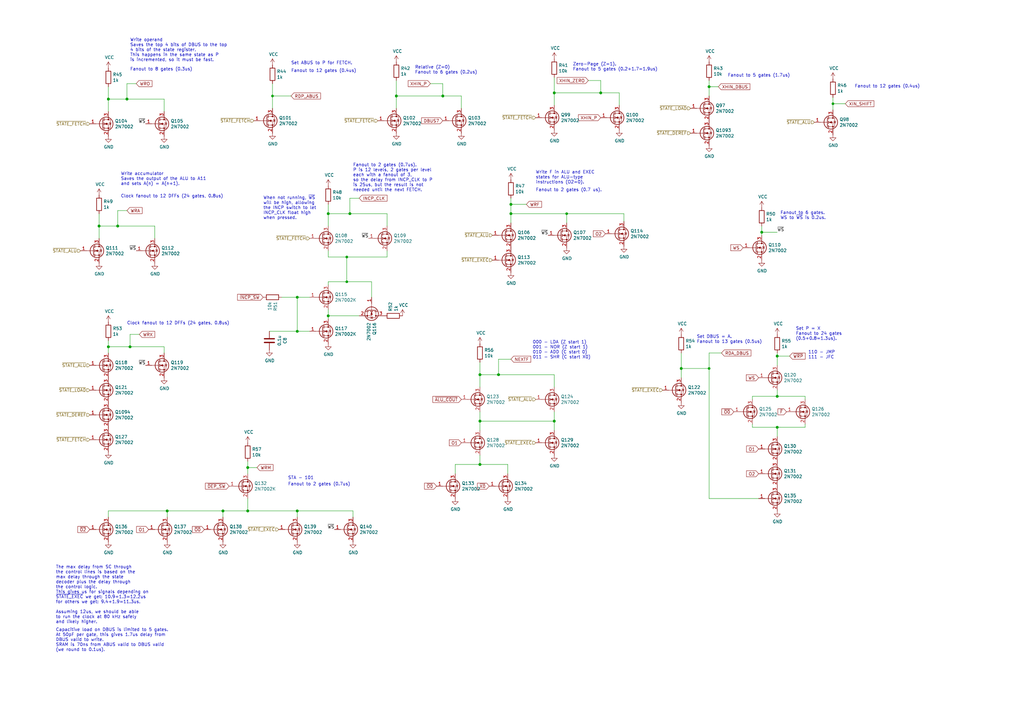
<source format=kicad_sch>
(kicad_sch (version 20210126) (generator eeschema)
  (paper "A3")
  (title_block (title "Q2 Control Line Decoder") (date "2021-02-05") (rev "1") (company "joewing.net"))
  (lib_symbols
    (symbol "Device:C" (pin_numbers hide) (pin_names (offset 0.254))
      (property "Reference" "C" (at 0.635 2.54 0))
      (property "Value" "C" (at 0.635 -2.54 0))
      (symbol "C_0_1"
        (polyline (pts (xy -2.032 -0.762) (xy 2.032 -0.762)) (stroke (width 0.508)))
        (polyline (pts (xy -2.032 0.762) (xy 2.032 0.762)) (stroke (width 0.508)))
      )
      (symbol "C_1_1"
        (pin passive line (at 0 3.81 270) (length 2.794) (name "~") (number "1"))
        (pin passive line (at 0 -3.81 90) (length 2.794) (name "~") (number "2"))
      )
    )
    (symbol "Device:R" (pin_numbers hide) (pin_names (offset 0))
      (property "Reference" "R" (at 2.032 0 90))
      (property "Value" "R" (at 0 0 90))
      (symbol "R_0_1"
        (rectangle (start -1.016 -2.54) (end 1.016 2.54) (stroke (width 0.254)))
      )
      (symbol "R_1_1"
        (pin passive line (at 0 3.81 270) (length 1.27) (name "~") (number "1"))
        (pin passive line (at 0 -3.81 90) (length 1.27) (name "~") (number "2"))
      )
    )
    (symbol "Transistor_FET:2N7002" (pin_names hide)
      (property "Reference" "Q" (at 5.08 1.905 0))
      (property "Value" "2N7002" (at 5.08 0 0))
      (symbol "2N7002_0_1"
        (circle (center 1.651 0) (radius 2.794) (stroke (width 0.254)))
        (circle (center 2.54 -1.778) (radius 0.254) (fill (type outline)))
        (circle (center 2.54 1.778) (radius 0.254) (fill (type outline)))
        (polyline (pts (xy 0.254 0) (xy -2.54 0)))
        (polyline (pts (xy 0.254 1.905) (xy 0.254 -1.905)) (stroke (width 0.254)))
        (polyline (pts (xy 0.762 -1.27) (xy 0.762 -2.286)) (stroke (width 0.254)))
        (polyline (pts (xy 0.762 0.508) (xy 0.762 -0.508)) (stroke (width 0.254)))
        (polyline (pts (xy 0.762 2.286) (xy 0.762 1.27)) (stroke (width 0.254)))
        (polyline (pts (xy 2.54 2.54) (xy 2.54 1.778)))
        (polyline (pts (xy 2.54 -2.54) (xy 2.54 0) (xy 0.762 0)))
        (polyline (pts (xy 0.762 -1.778) (xy 3.302 -1.778) (xy 3.302 1.778) (xy 0.762 1.778)))
        (polyline (pts (xy 2.794 0.508) (xy 2.921 0.381) (xy 3.683 0.381) (xy 3.81 0.254)))
        (polyline (pts (xy 3.302 0.381) (xy 2.921 -0.254) (xy 3.683 -0.254) (xy 3.302 0.381)))
        (polyline (pts (xy 1.016 0) (xy 2.032 0.381) (xy 2.032 -0.381) (xy 1.016 0)) (fill (type outline)))
      )
      (symbol "2N7002_1_1"
        (pin input line (at -5.08 0 0) (length 2.54) (name "G") (number "1"))
        (pin passive line (at 2.54 -5.08 90) (length 2.54) (name "S") (number "2"))
        (pin passive line (at 2.54 5.08 270) (length 2.54) (name "D") (number "3"))
      )
    )
    (symbol "power:GND" (power) (pin_names (offset 0))
      (property "Value" "GND" (at 0 -3.81 0))
      (symbol "GND_0_1"
        (polyline (pts (xy 0 0) (xy 0 -1.27) (xy 1.27 -1.27) (xy 0 -2.54) (xy -1.27 -1.27) (xy 0 -1.27)))
      )
      (symbol "GND_1_1"
        (pin power_in line (at 0 0 270) (length 0) hide (name "GND") (number "1"))
      )
    )
    (symbol "power:VCC" (power) (pin_names (offset 0))
      (property "Value" "VCC" (at 0 3.81 0))
      (symbol "VCC_0_1"
        (polyline (pts (xy -0.762 1.27) (xy 0 2.54)))
        (polyline (pts (xy 0 0) (xy 0 2.54)))
        (polyline (pts (xy 0 2.54) (xy 0.762 1.27)))
      )
      (symbol "VCC_1_1"
        (pin power_in line (at 0 0 90) (length 0) hide (name "VCC") (number "1"))
      )
    )
  )
  (junction (at 40.64 92.71) (diameter 1.016))
  (junction (at 44.45 40.64) (diameter 1.016))
  (junction (at 44.45 142.24) (diameter 1.016))
  (junction (at 48.26 92.71) (diameter 1.016))
  (junction (at 52.07 40.64) (diameter 1.016))
  (junction (at 53.34 142.24) (diameter 1.016))
  (junction (at 68.58 209.55) (diameter 1.016))
  (junction (at 91.44 209.55) (diameter 1.016))
  (junction (at 101.6 191.77) (diameter 1.016))
  (junction (at 101.6 209.55) (diameter 1.016))
  (junction (at 111.76 39.37) (diameter 0.9144))
  (junction (at 121.92 121.92) (diameter 1.016))
  (junction (at 121.92 135.89) (diameter 1.016))
  (junction (at 121.92 209.55) (diameter 1.016))
  (junction (at 134.62 87.63) (diameter 1.016))
  (junction (at 134.62 129.54) (diameter 1.016))
  (junction (at 142.24 105.41) (diameter 0.9144))
  (junction (at 142.24 115.57) (diameter 0.9144))
  (junction (at 143.51 87.63) (diameter 1.016))
  (junction (at 162.56 39.37) (diameter 1.016))
  (junction (at 181.61 39.37) (diameter 1.016))
  (junction (at 196.85 153.67) (diameter 1.016))
  (junction (at 196.85 172.72) (diameter 1.016))
  (junction (at 196.85 190.5) (diameter 1.016))
  (junction (at 204.47 153.67) (diameter 1.016))
  (junction (at 209.55 83.82) (diameter 1.016))
  (junction (at 209.55 87.63) (diameter 1.016))
  (junction (at 227.33 38.1) (diameter 1.016))
  (junction (at 227.33 172.72) (diameter 1.016))
  (junction (at 232.41 87.63) (diameter 0.9144))
  (junction (at 246.38 38.1) (diameter 1.016))
  (junction (at 279.4 151.13) (diameter 1.016))
  (junction (at 290.83 35.56) (diameter 1.016))
  (junction (at 290.83 151.13) (diameter 0.9144))
  (junction (at 312.42 95.25) (diameter 1.016))
  (junction (at 318.77 146.05) (diameter 1.016))
  (junction (at 318.77 162.56) (diameter 1.016))
  (junction (at 318.77 175.26) (diameter 1.016))
  (junction (at 341.63 42.545) (diameter 0.9144))
  (wire (pts (xy 40.64 87.63) (xy 40.64 92.71)))
  (wire (pts (xy 40.64 92.71) (xy 40.64 97.79)))
  (wire (pts (xy 40.64 92.71) (xy 48.26 92.71)))
  (wire (pts (xy 44.45 35.56) (xy 44.45 40.64)))
  (wire (pts (xy 44.45 40.64) (xy 44.45 45.72)))
  (wire (pts (xy 44.45 40.64) (xy 52.07 40.64)))
  (wire (pts (xy 44.45 139.7) (xy 44.45 142.24)))
  (wire (pts (xy 44.45 142.24) (xy 44.45 144.78)))
  (wire (pts (xy 44.45 142.24) (xy 53.34 142.24)))
  (wire (pts (xy 44.45 209.55) (xy 44.45 212.09)))
  (wire (pts (xy 44.45 209.55) (xy 68.58 209.55)))
  (wire (pts (xy 48.26 86.36) (xy 48.26 92.71)))
  (wire (pts (xy 48.26 92.71) (xy 63.5 92.71)))
  (wire (pts (xy 52.07 34.29) (xy 52.07 40.64)))
  (wire (pts (xy 52.07 40.64) (xy 67.31 40.64)))
  (wire (pts (xy 52.07 86.36) (xy 48.26 86.36)))
  (wire (pts (xy 53.34 137.16) (xy 53.34 142.24)))
  (wire (pts (xy 53.34 142.24) (xy 67.31 142.24)))
  (wire (pts (xy 55.88 34.29) (xy 52.07 34.29)))
  (wire (pts (xy 57.15 137.16) (xy 53.34 137.16)))
  (wire (pts (xy 63.5 92.71) (xy 63.5 97.79)))
  (wire (pts (xy 67.31 40.64) (xy 67.31 45.72)))
  (wire (pts (xy 67.31 142.24) (xy 67.31 144.78)))
  (wire (pts (xy 68.58 209.55) (xy 68.58 212.09)))
  (wire (pts (xy 68.58 209.55) (xy 91.44 209.55)))
  (wire (pts (xy 91.44 209.55) (xy 91.44 212.09)))
  (wire (pts (xy 91.44 209.55) (xy 101.6 209.55)))
  (wire (pts (xy 101.6 189.23) (xy 101.6 191.77)))
  (wire (pts (xy 101.6 191.77) (xy 101.6 194.31)))
  (wire (pts (xy 101.6 204.47) (xy 101.6 209.55)))
  (wire (pts (xy 101.6 209.55) (xy 121.92 209.55)))
  (wire (pts (xy 105.41 191.77) (xy 101.6 191.77)))
  (wire (pts (xy 110.49 135.89) (xy 121.92 135.89)))
  (wire (pts (xy 111.76 34.29) (xy 111.76 39.37)))
  (wire (pts (xy 111.76 39.37) (xy 111.76 44.45)))
  (wire (pts (xy 111.76 39.37) (xy 119.38 39.37)))
  (wire (pts (xy 115.57 121.92) (xy 121.92 121.92)))
  (wire (pts (xy 121.92 121.92) (xy 127 121.92)))
  (wire (pts (xy 121.92 135.89) (xy 121.92 121.92)))
  (wire (pts (xy 121.92 209.55) (xy 121.92 212.09)))
  (wire (pts (xy 121.92 209.55) (xy 144.78 209.55)))
  (wire (pts (xy 127 135.89) (xy 121.92 135.89)))
  (wire (pts (xy 134.62 83.82) (xy 134.62 87.63)))
  (wire (pts (xy 134.62 87.63) (xy 134.62 92.71)))
  (wire (pts (xy 134.62 87.63) (xy 143.51 87.63)))
  (wire (pts (xy 134.62 102.87) (xy 134.62 105.41)))
  (wire (pts (xy 134.62 105.41) (xy 142.24 105.41)))
  (wire (pts (xy 134.62 115.57) (xy 134.62 116.84)))
  (wire (pts (xy 134.62 115.57) (xy 142.24 115.57)))
  (wire (pts (xy 134.62 127) (xy 134.62 129.54)))
  (wire (pts (xy 134.62 129.54) (xy 134.62 130.81)))
  (wire (pts (xy 142.24 105.41) (xy 142.24 115.57)))
  (wire (pts (xy 142.24 105.41) (xy 158.75 105.41)))
  (wire (pts (xy 142.24 115.57) (xy 152.4 115.57)))
  (wire (pts (xy 143.51 81.28) (xy 143.51 87.63)))
  (wire (pts (xy 143.51 87.63) (xy 158.75 87.63)))
  (wire (pts (xy 144.78 209.55) (xy 144.78 212.09)))
  (wire (pts (xy 147.32 81.28) (xy 143.51 81.28)))
  (wire (pts (xy 147.32 129.54) (xy 134.62 129.54)))
  (wire (pts (xy 152.4 115.57) (xy 152.4 121.92)))
  (wire (pts (xy 158.75 87.63) (xy 158.75 92.71)))
  (wire (pts (xy 158.75 105.41) (xy 158.75 102.87)))
  (wire (pts (xy 162.56 33.02) (xy 162.56 39.37)))
  (wire (pts (xy 162.56 39.37) (xy 181.61 39.37)))
  (wire (pts (xy 162.56 44.45) (xy 162.56 39.37)))
  (wire (pts (xy 176.53 34.29) (xy 181.61 34.29)))
  (wire (pts (xy 181.61 34.29) (xy 181.61 39.37)))
  (wire (pts (xy 181.61 39.37) (xy 189.23 39.37)))
  (wire (pts (xy 186.69 190.5) (xy 196.85 190.5)))
  (wire (pts (xy 186.69 194.31) (xy 186.69 190.5)))
  (wire (pts (xy 189.23 39.37) (xy 189.23 44.45)))
  (wire (pts (xy 196.85 148.59) (xy 196.85 153.67)))
  (wire (pts (xy 196.85 153.67) (xy 204.47 153.67)))
  (wire (pts (xy 196.85 158.75) (xy 196.85 153.67)))
  (wire (pts (xy 196.85 168.91) (xy 196.85 172.72)))
  (wire (pts (xy 196.85 172.72) (xy 196.85 176.53)))
  (wire (pts (xy 196.85 172.72) (xy 227.33 172.72)))
  (wire (pts (xy 196.85 190.5) (xy 196.85 186.69)))
  (wire (pts (xy 196.85 190.5) (xy 208.28 190.5)))
  (wire (pts (xy 204.47 147.32) (xy 204.47 153.67)))
  (wire (pts (xy 204.47 153.67) (xy 227.33 153.67)))
  (wire (pts (xy 208.28 190.5) (xy 208.28 194.31)))
  (wire (pts (xy 209.55 81.28) (xy 209.55 83.82)))
  (wire (pts (xy 209.55 83.82) (xy 209.55 87.63)))
  (wire (pts (xy 209.55 83.82) (xy 215.9 83.82)))
  (wire (pts (xy 209.55 87.63) (xy 209.55 91.44)))
  (wire (pts (xy 209.55 87.63) (xy 232.41 87.63)))
  (wire (pts (xy 209.55 147.32) (xy 204.47 147.32)))
  (wire (pts (xy 227.33 31.75) (xy 227.33 38.1)))
  (wire (pts (xy 227.33 38.1) (xy 246.38 38.1)))
  (wire (pts (xy 227.33 43.18) (xy 227.33 38.1)))
  (wire (pts (xy 227.33 153.67) (xy 227.33 158.75)))
  (wire (pts (xy 227.33 172.72) (xy 227.33 168.91)))
  (wire (pts (xy 227.33 172.72) (xy 227.33 176.53)))
  (wire (pts (xy 232.41 87.63) (xy 232.41 91.44)))
  (wire (pts (xy 241.3 33.02) (xy 246.38 33.02)))
  (wire (pts (xy 246.38 33.02) (xy 246.38 38.1)))
  (wire (pts (xy 246.38 38.1) (xy 254 38.1)))
  (wire (pts (xy 254 38.1) (xy 254 43.18)))
  (wire (pts (xy 255.905 87.63) (xy 232.41 87.63)))
  (wire (pts (xy 255.905 90.805) (xy 255.905 87.63)))
  (wire (pts (xy 279.4 144.78) (xy 279.4 151.13)))
  (wire (pts (xy 279.4 151.13) (xy 279.4 154.94)))
  (wire (pts (xy 279.4 151.13) (xy 290.83 151.13)))
  (wire (pts (xy 290.83 33.02) (xy 290.83 35.56)))
  (wire (pts (xy 290.83 35.56) (xy 290.83 39.37)))
  (wire (pts (xy 290.83 35.56) (xy 294.64 35.56)))
  (wire (pts (xy 290.83 144.78) (xy 290.83 151.13)))
  (wire (pts (xy 290.83 151.13) (xy 290.83 204.47)))
  (wire (pts (xy 290.83 204.47) (xy 311.15 204.47)))
  (wire (pts (xy 295.91 144.78) (xy 290.83 144.78)))
  (wire (pts (xy 308.61 162.56) (xy 318.77 162.56)))
  (wire (pts (xy 308.61 163.83) (xy 308.61 162.56)))
  (wire (pts (xy 308.61 173.99) (xy 308.61 175.26)))
  (wire (pts (xy 308.61 175.26) (xy 318.77 175.26)))
  (wire (pts (xy 312.42 92.71) (xy 312.42 95.25)))
  (wire (pts (xy 312.42 95.25) (xy 312.42 96.52)))
  (wire (pts (xy 312.42 95.25) (xy 318.77 95.25)))
  (wire (pts (xy 318.77 144.78) (xy 318.77 146.05)))
  (wire (pts (xy 318.77 146.05) (xy 318.77 149.86)))
  (wire (pts (xy 318.77 162.56) (xy 318.77 160.02)))
  (wire (pts (xy 318.77 162.56) (xy 330.2 162.56)))
  (wire (pts (xy 318.77 175.26) (xy 318.77 179.07)))
  (wire (pts (xy 318.77 175.26) (xy 330.2 175.26)))
  (wire (pts (xy 323.85 146.05) (xy 318.77 146.05)))
  (wire (pts (xy 330.2 162.56) (xy 330.2 163.83)))
  (wire (pts (xy 330.2 175.26) (xy 330.2 173.99)))
  (wire (pts (xy 341.63 40.005) (xy 341.63 42.545)))
  (wire (pts (xy 341.63 42.545) (xy 341.63 45.085)))
  (wire (pts (xy 341.63 42.545) (xy 346.71 42.545)))
  (text "The max delay from SC through\nthe control lines is based on the\nmax delay through the state\ndecoder plus the delay through\nthe control logic.\nThis gives us for signals depending on\n~STATE_EXEC~ we get: 10.9+1.3=12.2us\nfor others we get: 9.4+1.9=11.3us.\n\nAssuming 12us, we should be able\nto run the clock at 80 kHz safely\nand likely higher." (at 22.86 255.905 0) (effects (font (size 1.27 1.27)) (justify left bottom)))
  (text "Capacitive load on DBUS is limited to 5 gates.\nAt 50pF per gate, this gives 1.7us delay from\nDBUS valid to write.\nSRAM is 70ns from ABUS valid to DBUS valid\n(we round to 0.1us)." (at 22.86 267.335 0) (effects (font (size 1.27 1.27)) (justify left bottom)))
  (text "Write accumulator\nSaves the output of the ALU to A11\nand sets A(n) = A(n+1)." (at 49.53 76.2 0) (effects (font (size 1.27 1.27)) (justify left bottom)))
  (text "Clock fanout to 12 DFFs (24 gates, 0.8us)" (at 49.53 81.28 0) (effects (font (size 1.27 1.27)) (justify left bottom)))
  (text "Clock fanout to 12 DFFs (24 gates, 0.8us)" (at 52.07 133.35 0) (effects (font (size 1.27 1.27)) (justify left bottom)))
  (text "Write operand\nSaves the top 4 bits of DBUS to the top\n4 bits of the state register.\nThis happens in the same state as P\nis incremented, so it must be fast." (at 53.34 25.4 0) (effects (font (size 1.27 1.27)) (justify left bottom)))
  (text "Fanout to 8 gates (0.3us)" (at 53.34 29.21 0) (effects (font (size 1.27 1.27)) (justify left bottom)))
  (text "When not running, ~WS~\nwill be high, allowing\nthe INCP switch to let\nINCP_CLK float high\nwhen pressed." (at 107.95 90.17 0) (effects (font (size 1.27 1.27)) (justify left bottom)))
  (text "STA - 101" (at 118.11 196.85 0) (effects (font (size 1.27 1.27)) (justify left bottom)))
  (text "Fanout to 2 gates (0.7us)" (at 118.11 199.39 0) (effects (font (size 1.27 1.27)) (justify left bottom)))
  (text "Set ABUS to P for FETCH." (at 119.38 26.67 0) (effects (font (size 1.27 1.27)) (justify left bottom)))
  (text "Fanout to 12 gates (0.4us)\n" (at 119.38 29.845 0) (effects (font (size 1.27 1.27)) (justify left bottom)))
  (text "Fanout to 2 gates (0.7us).\nP is 12 levels, 2 gates per level\neach with a fanout of 3,\nso the delay from INCP_CLK to P\nis 25us, but the result is not\nneeded until the next FETCH." (at 144.78 78.74 0) (effects (font (size 1.27 1.27)) (justify left bottom)))
  (text "Relative (Z=0)\nFanout to 6 gates (0.2us)" (at 170.18 30.48 0) (effects (font (size 1.27 1.27)) (justify left bottom)))
  (text "000 - LDA (Z start 1)\n001 - NOR (Z start 1)\n010 - ADD (C start 0)\n011 - SHR (C start X0)" (at 218.44 147.32 0) (effects (font (size 1.27 1.27)) (justify left bottom)))
  (text "Write F in ALU and EXEC\nstates for ALU-type\ninstructions (O2=0)." (at 219.71 75.565 0) (effects (font (size 1.27 1.27)) (justify left bottom)))
  (text "Fanout to 2 gates (0.7 us)." (at 219.71 78.74 0) (effects (font (size 1.27 1.27)) (justify left bottom)))
  (text "Zero-Page (Z=1).\nFanout to 5 gates (0.2+1.7=1.9us)" (at 234.95 29.21 0) (effects (font (size 1.27 1.27)) (justify left bottom)))
  (text "Set DBUS = A.\nFanout to 13 gates (0.5us)" (at 285.75 140.97 0) (effects (font (size 1.27 1.27)) (justify left bottom)))
  (text "Fanout to 5 gates (1.7us)" (at 298.45 31.75 0) (effects (font (size 1.27 1.27)) (justify left bottom)))
  (text "Fanout to 6 gates.\nWS to ~WS~ is 0.2us." (at 320.04 90.17 0) (effects (font (size 1.27 1.27)) (justify left bottom)))
  (text "Set P = X\nFanout to 24 gates\n(0.5+0.8=1.3us)." (at 326.39 139.7 0) (effects (font (size 1.27 1.27)) (justify left bottom)))
  (text "110 - JMP\n111 - JFC" (at 331.47 147.32 0) (effects (font (size 1.27 1.27)) (justify left bottom)))
  (text "Fanout to 12 gates (0.4us)" (at 350.52 36.195 0) (effects (font (size 1.27 1.27)) (justify left bottom)))
  (label "~WS" (at 55.88 102.87 180))
  (label "~WS" (at 59.69 50.8 180))
  (label "~WS" (at 59.69 149.86 180))
  (label "~WS" (at 137.16 217.17 180))
  (label "~WS" (at 151.13 97.79 180))
  (label "~WS" (at 224.79 96.52 180))
  (label "~WS" (at 318.77 95.25 0))
  (global_label "~O2" (shape input) (at 36.83 217.17 180) (property "Intersheet References" "${INTERSHEET_REFS}" (effects hide)))
  (global_label "WRA" (shape input) (at 52.07 86.36 0) (property "Intersheet References" "${INTERSHEET_REFS}" (effects hide)))
  (global_label "WRO" (shape input) (at 55.88 34.29 0) (property "Intersheet References" "${INTERSHEET_REFS}" (effects hide)))
  (global_label "WRX" (shape input) (at 57.15 137.16 0) (property "Intersheet References" "${INTERSHEET_REFS}" (effects hide)))
  (global_label "O1" (shape input) (at 60.96 217.17 180) (property "Intersheet References" "${INTERSHEET_REFS}" (effects hide)))
  (global_label "~O0" (shape input) (at 83.82 217.17 180) (property "Intersheet References" "${INTERSHEET_REFS}" (effects hide)))
  (global_label "~DEP_SW" (shape input) (at 93.98 199.39 180) (property "Intersheet References" "${INTERSHEET_REFS}" (effects hide)))
  (global_label "WRM" (shape input) (at 105.41 191.77 0) (property "Intersheet References" "${INTERSHEET_REFS}" (effects hide)))
  (global_label "~INCP_SW" (shape input) (at 107.95 121.92 180) (property "Intersheet References" "${INTERSHEET_REFS}" (effects hide)))
  (global_label "RDP_ABUS" (shape input) (at 119.38 39.37 0) (property "Intersheet References" "${INTERSHEET_REFS}" (effects hide)))
  (global_label "INCP_CLK" (shape input) (at 147.32 81.28 0) (property "Intersheet References" "${INTERSHEET_REFS}" (effects hide)))
  (global_label "XHIN_P" (shape input) (at 176.53 34.29 180) (property "Intersheet References" "${INTERSHEET_REFS}" (effects hide)))
  (global_label "~O0" (shape input) (at 179.07 199.39 180) (property "Intersheet References" "${INTERSHEET_REFS}" (effects hide)))
  (global_label "DBUS7" (shape input) (at 181.61 49.53 180) (property "Intersheet References" "${INTERSHEET_REFS}" (effects hide)))
  (global_label "~ALU_COUT" (shape input) (at 189.23 163.83 180) (property "Intersheet References" "${INTERSHEET_REFS}" (effects hide)))
  (global_label "O1" (shape input) (at 189.23 181.61 180) (property "Intersheet References" "${INTERSHEET_REFS}" (effects hide)))
  (global_label "~X0" (shape input) (at 200.66 199.39 180) (property "Intersheet References" "${INTERSHEET_REFS}" (effects hide)))
  (global_label "NEXTF" (shape input) (at 209.55 147.32 0) (property "Intersheet References" "${INTERSHEET_REFS}" (effects hide)))
  (global_label "WRF" (shape input) (at 215.9 83.82 0) (property "Intersheet References" "${INTERSHEET_REFS}" (effects hide)))
  (global_label "XHIN_ZERO" (shape input) (at 241.3 33.02 180) (property "Intersheet References" "${INTERSHEET_REFS}" (effects hide)))
  (global_label "XHIN_P" (shape input) (at 246.38 48.26 180) (property "Intersheet References" "${INTERSHEET_REFS}" (effects hide)))
  (global_label "O2" (shape input) (at 248.285 95.885 180) (property "Intersheet References" "${INTERSHEET_REFS}" (effects hide)))
  (global_label "XHIN_DBUS" (shape input) (at 294.64 35.56 0) (property "Intersheet References" "${INTERSHEET_REFS}" (effects hide)))
  (global_label "RDA_DBUS" (shape input) (at 295.91 144.78 0) (property "Intersheet References" "${INTERSHEET_REFS}" (effects hide)))
  (global_label "~O0" (shape input) (at 300.99 168.91 180) (property "Intersheet References" "${INTERSHEET_REFS}" (effects hide)))
  (global_label "WS" (shape input) (at 304.8 101.6 180) (property "Intersheet References" "${INTERSHEET_REFS}" (effects hide)))
  (global_label "WS" (shape input) (at 311.15 154.94 180) (property "Intersheet References" "${INTERSHEET_REFS}" (effects hide)))
  (global_label "O1" (shape input) (at 311.15 184.15 180) (property "Intersheet References" "${INTERSHEET_REFS}" (effects hide)))
  (global_label "O2" (shape input) (at 311.15 194.31 180) (property "Intersheet References" "${INTERSHEET_REFS}" (effects hide)))
  (global_label "~F" (shape input) (at 322.58 168.91 180) (property "Intersheet References" "${INTERSHEET_REFS}" (effects hide)))
  (global_label "~WRP" (shape input) (at 323.85 146.05 0) (property "Intersheet References" "${INTERSHEET_REFS}" (effects hide)))
  (global_label "XIN_SHIFT" (shape input) (at 346.71 42.545 0) (property "Intersheet References" "${INTERSHEET_REFS}" (effects hide)))
  (hierarchical_label "~STATE_ALU" (shape input) (at 33.02 102.87 180))
  (hierarchical_label "~STATE_FETCH" (shape input) (at 36.83 50.8 180))
  (hierarchical_label "~STATE_ALU" (shape input) (at 36.83 149.86 180))
  (hierarchical_label "~STATE_LOAD" (shape input) (at 36.83 160.02 180))
  (hierarchical_label "~STATE_DEREF" (shape input) (at 36.83 170.18 180))
  (hierarchical_label "~STATE_FETCH" (shape input) (at 36.83 180.34 180))
  (hierarchical_label "~STATE_FETCH" (shape input) (at 104.14 49.53 180))
  (hierarchical_label "~STATE_EXEC" (shape input) (at 114.3 217.17 180))
  (hierarchical_label "~STATE_FETCH" (shape input) (at 127 97.79 180))
  (hierarchical_label "~STATE_FETCH" (shape input) (at 154.94 49.53 180))
  (hierarchical_label "~STATE_ALU" (shape input) (at 201.93 96.52 180))
  (hierarchical_label "~STATE_EXEC" (shape input) (at 201.93 106.68 180))
  (hierarchical_label "~STATE_FETCH" (shape input) (at 219.71 48.26 180))
  (hierarchical_label "~STATE_ALU" (shape input) (at 219.71 163.83 180))
  (hierarchical_label "~STATE_EXEC" (shape input) (at 219.71 181.61 180))
  (hierarchical_label "~STATE_EXEC" (shape input) (at 271.78 160.02 180))
  (hierarchical_label "~STATE_LOAD" (shape input) (at 283.21 44.45 180))
  (hierarchical_label "~STATE_DEREF" (shape input) (at 283.21 54.61 180))
  (hierarchical_label "~STATE_ALU" (shape input) (at 334.01 50.165 180))
  (symbol (lib_id "power:VCC") (at 40.64 80.01 0) (unit 1)
    (property "Reference" "#PWR0115" (effects hide))
    (property "Value" "VCC" (at 41.0718 75.6158 0))
  )
  (symbol (lib_id "power:VCC") (at 44.45 27.94 0) (unit 1)
    (property "Reference" "#PWR0102" (effects hide))
    (property "Value" "VCC" (at 44.8818 23.5458 0))
  )
  (symbol (lib_id "power:VCC") (at 44.45 132.08 0) (unit 1)
    (property "Reference" "#PWR0124" (effects hide))
    (property "Value" "VCC" (at 44.8818 127.6858 0))
  )
  (symbol (lib_id "power:VCC") (at 101.6 181.61 0) (unit 1)
    (property "Reference" "#PWR0133" (effects hide))
    (property "Value" "VCC" (at 102.0318 177.2158 0))
  )
  (symbol (lib_id "power:VCC") (at 111.76 26.67 0) (unit 1)
    (property "Reference" "#PWR0101" (effects hide))
    (property "Value" "VCC" (at 112.1918 22.2758 0))
  )
  (symbol (lib_id "power:VCC") (at 134.62 76.2 0) (unit 1)
    (property "Reference" "#PWR0114" (effects hide))
    (property "Value" "VCC" (at 135.0518 71.8058 0))
  )
  (symbol (lib_id "power:VCC") (at 162.56 25.4 0) (unit 1)
    (property "Reference" "#PWR099" (effects hide))
    (property "Value" "VCC" (at 162.9918 21.0058 0))
  )
  (symbol (lib_id "power:VCC") (at 165.1 129.54 0) (unit 1)
    (property "Reference" "#PWR0123" (effects hide))
    (property "Value" "VCC" (at 165.5318 125.1458 0))
  )
  (symbol (lib_id "power:VCC") (at 196.85 140.97 0) (unit 1)
    (property "Reference" "#PWR0128" (effects hide))
    (property "Value" "VCC" (at 197.2818 136.5758 0))
  )
  (symbol (lib_id "power:VCC") (at 209.55 73.66 0) (unit 1)
    (property "Reference" "#PWR0113" (effects hide))
    (property "Value" "VCC" (at 209.9818 69.2658 0))
  )
  (symbol (lib_id "power:VCC") (at 227.33 24.13 0) (unit 1)
    (property "Reference" "#PWR098" (effects hide))
    (property "Value" "VCC" (at 227.7618 19.7358 0))
  )
  (symbol (lib_id "power:VCC") (at 279.4 137.16 0) (unit 1)
    (property "Reference" "#PWR0125" (effects hide))
    (property "Value" "VCC" (at 279.8318 132.7658 0))
  )
  (symbol (lib_id "power:VCC") (at 290.83 25.4 0) (unit 1)
    (property "Reference" "#PWR0100" (effects hide))
    (property "Value" "VCC" (at 291.2618 21.0058 0))
  )
  (symbol (lib_id "power:VCC") (at 312.42 85.09 0) (unit 1)
    (property "Reference" "#PWR0116" (effects hide))
    (property "Value" "VCC" (at 312.8518 80.6958 0))
  )
  (symbol (lib_id "power:VCC") (at 318.77 137.16 0) (unit 1)
    (property "Reference" "#PWR0126" (effects hide))
    (property "Value" "VCC" (at 319.2018 132.7658 0))
  )
  (symbol (lib_id "power:VCC") (at 341.63 32.385 0) (unit 1)
    (property "Reference" "#PWR0103" (effects hide))
    (property "Value" "VCC" (at 342.0618 27.9908 0))
  )
  (symbol (lib_id "power:GND") (at 40.64 107.95 0) (unit 1)
    (property "Reference" "#PWR0119" (effects hide))
    (property "Value" "GND" (at 40.767 112.3442 0))
  )
  (symbol (lib_id "power:GND") (at 44.45 55.88 0) (unit 1)
    (property "Reference" "#PWR0111" (effects hide))
    (property "Value" "GND" (at 44.577 60.2742 0))
  )
  (symbol (lib_id "power:GND") (at 44.45 185.42 0) (unit 1)
    (property "Reference" "#PWR0132" (effects hide))
    (property "Value" "GND" (at 44.577 189.8142 0))
  )
  (symbol (lib_id "power:GND") (at 44.45 222.25 0) (unit 1)
    (property "Reference" "#PWR0138" (effects hide))
    (property "Value" "GND" (at 44.577 226.6442 0))
  )
  (symbol (lib_id "power:GND") (at 63.5 107.95 0) (unit 1)
    (property "Reference" "#PWR0120" (effects hide))
    (property "Value" "GND" (at 63.627 112.3442 0))
  )
  (symbol (lib_id "power:GND") (at 67.31 55.88 0) (unit 1)
    (property "Reference" "#PWR0112" (effects hide))
    (property "Value" "GND" (at 67.437 60.2742 0))
  )
  (symbol (lib_id "power:GND") (at 67.31 154.94 0) (unit 1)
    (property "Reference" "#PWR0130" (effects hide))
    (property "Value" "GND" (at 67.437 159.3342 0))
  )
  (symbol (lib_id "power:GND") (at 68.58 222.25 0) (unit 1)
    (property "Reference" "#PWR0139" (effects hide))
    (property "Value" "GND" (at 68.707 226.6442 0))
  )
  (symbol (lib_id "power:GND") (at 91.44 222.25 0) (unit 1)
    (property "Reference" "#PWR0140" (effects hide))
    (property "Value" "GND" (at 91.567 226.6442 0))
  )
  (symbol (lib_id "power:GND") (at 110.49 143.51 0) (unit 1)
    (property "Reference" "#PWR0129" (effects hide))
    (property "Value" "GND" (at 110.617 147.9042 0))
  )
  (symbol (lib_id "power:GND") (at 111.76 54.61 0) (unit 1)
    (property "Reference" "#PWR0108" (effects hide))
    (property "Value" "GND" (at 111.887 59.0042 0))
  )
  (symbol (lib_id "power:GND") (at 121.92 222.25 0) (unit 1)
    (property "Reference" "#PWR0141" (effects hide))
    (property "Value" "GND" (at 122.047 226.6442 0))
  )
  (symbol (lib_id "power:GND") (at 134.62 140.97 0) (unit 1)
    (property "Reference" "#PWR0127" (effects hide))
    (property "Value" "GND" (at 134.747 145.3642 0))
  )
  (symbol (lib_id "power:GND") (at 144.78 222.25 0) (unit 1)
    (property "Reference" "#PWR0142" (effects hide))
    (property "Value" "GND" (at 144.907 226.6442 0))
  )
  (symbol (lib_id "power:GND") (at 162.56 54.61 0) (unit 1)
    (property "Reference" "#PWR0109" (effects hide))
    (property "Value" "GND" (at 162.687 59.0042 0))
  )
  (symbol (lib_id "power:GND") (at 186.69 204.47 0) (unit 1)
    (property "Reference" "#PWR0135" (effects hide))
    (property "Value" "GND" (at 186.817 208.8642 0))
  )
  (symbol (lib_id "power:GND") (at 189.23 54.61 0) (unit 1)
    (property "Reference" "#PWR0110" (effects hide))
    (property "Value" "GND" (at 189.357 59.0042 0))
  )
  (symbol (lib_id "power:GND") (at 208.28 204.47 0) (unit 1)
    (property "Reference" "#PWR0136" (effects hide))
    (property "Value" "GND" (at 208.407 208.8642 0))
  )
  (symbol (lib_id "power:GND") (at 209.55 111.76 0) (unit 1)
    (property "Reference" "#PWR0121" (effects hide))
    (property "Value" "GND" (at 209.677 116.1542 0))
  )
  (symbol (lib_id "power:GND") (at 227.33 53.34 0) (unit 1)
    (property "Reference" "#PWR0106" (effects hide))
    (property "Value" "GND" (at 227.457 57.7342 0))
  )
  (symbol (lib_id "power:GND") (at 227.33 186.69 0) (unit 1)
    (property "Reference" "#PWR0134" (effects hide))
    (property "Value" "GND" (at 227.457 191.0842 0))
  )
  (symbol (lib_id "power:GND") (at 232.41 101.6 0) (unit 1)
    (property "Reference" "#PWR0117" (effects hide))
    (property "Value" "GND" (at 232.537 105.9942 0))
  )
  (symbol (lib_id "power:GND") (at 254 53.34 0) (unit 1)
    (property "Reference" "#PWR0107" (effects hide))
    (property "Value" "GND" (at 254.127 57.7342 0))
  )
  (symbol (lib_id "power:GND") (at 255.905 100.965 0) (unit 1)
    (property "Reference" "#PWR0122" (effects hide))
    (property "Value" "GND" (at 256.032 105.3592 0))
  )
  (symbol (lib_id "power:GND") (at 279.4 165.1 0) (unit 1)
    (property "Reference" "#PWR0131" (effects hide))
    (property "Value" "GND" (at 279.527 169.4942 0))
  )
  (symbol (lib_id "power:GND") (at 290.83 59.69 0) (unit 1)
    (property "Reference" "#PWR0104" (effects hide))
    (property "Value" "GND" (at 290.957 64.0842 0))
  )
  (symbol (lib_id "power:GND") (at 312.42 106.68 0) (unit 1)
    (property "Reference" "#PWR0118" (effects hide))
    (property "Value" "GND" (at 312.547 111.0742 0))
  )
  (symbol (lib_id "power:GND") (at 318.77 209.55 0) (unit 1)
    (property "Reference" "#PWR0137" (effects hide))
    (property "Value" "GND" (at 318.897 213.9442 0))
  )
  (symbol (lib_id "power:GND") (at 341.63 55.245 0) (unit 1)
    (property "Reference" "#PWR0105" (effects hide))
    (property "Value" "GND" (at 341.757 59.6392 0))
  )
  (symbol (lib_id "Device:R") (at 40.64 83.82 0) (unit 1)
    (property "Reference" "R49" (at 42.418 82.6516 0) (effects (justify left)))
    (property "Value" "1k" (at 42.418 84.963 0) (effects (justify left)))
    (property "Footprint" "Resistor_SMD:R_0805_2012Metric" (effects hide))
    (property "LCSC" "C17513" (effects hide))
  )
  (symbol (lib_id "Device:R") (at 44.45 31.75 0) (unit 1)
    (property "Reference" "R45" (at 46.228 30.5816 0) (effects (justify left)))
    (property "Value" "1k" (at 46.228 32.893 0) (effects (justify left)))
    (property "Footprint" "Resistor_SMD:R_0805_2012Metric" (effects hide))
    (property "LCSC" "C17513" (effects hide))
  )
  (symbol (lib_id "Device:R") (at 44.45 135.89 0) (unit 1)
    (property "Reference" "R53" (at 46.228 134.7216 0) (effects (justify left)))
    (property "Value" "1k" (at 46.228 137.033 0) (effects (justify left)))
    (property "Footprint" "Resistor_SMD:R_0805_2012Metric" (effects hide))
    (property "LCSC" "C17513" (effects hide))
  )
  (symbol (lib_id "Device:R") (at 101.6 185.42 0) (unit 1)
    (property "Reference" "R57" (at 103.378 184.2516 0) (effects (justify left)))
    (property "Value" "10k" (at 103.378 186.563 0) (effects (justify left)))
    (property "Footprint" "Resistor_SMD:R_0805_2012Metric" (effects hide))
    (property "LCSC" "C17414" (effects hide))
  )
  (symbol (lib_id "Device:R") (at 111.76 30.48 0) (unit 1)
    (property "Reference" "R44" (at 113.538 29.3116 0) (effects (justify left)))
    (property "Value" "1k" (at 113.538 31.623 0) (effects (justify left)))
    (property "Footprint" "Resistor_SMD:R_0805_2012Metric" (effects hide))
    (property "LCSC" "C17513" (effects hide))
  )
  (symbol (lib_id "Device:R") (at 111.76 121.92 270) (unit 1)
    (property "Reference" "R51" (at 112.9284 123.698 0) (effects (justify left)))
    (property "Value" "10k" (at 110.617 123.698 0) (effects (justify left)))
    (property "Footprint" "Resistor_SMD:R_0805_2012Metric" (effects hide))
    (property "LCSC" "C17414" (effects hide))
  )
  (symbol (lib_id "Device:R") (at 134.62 80.01 0) (unit 1)
    (property "Reference" "R48" (at 136.398 78.8416 0) (effects (justify left)))
    (property "Value" "10k" (at 136.398 81.153 0) (effects (justify left)))
    (property "Footprint" "Resistor_SMD:R_0805_2012Metric" (effects hide))
    (property "LCSC" "C17414" (effects hide))
  )
  (symbol (lib_id "Device:R") (at 161.29 129.54 90) (unit 1)
    (property "Reference" "R52" (at 160.1216 127.762 0) (effects (justify left)))
    (property "Value" "1k" (at 162.433 127.762 0) (effects (justify left)))
    (property "Footprint" "Resistor_SMD:R_0805_2012Metric" (effects hide))
    (property "LCSC" "C17513" (effects hide))
  )
  (symbol (lib_id "Device:R") (at 162.56 29.21 0) (unit 1)
    (property "Reference" "R42" (at 164.338 28.0416 0) (effects (justify left)))
    (property "Value" "1k" (at 164.338 30.353 0) (effects (justify left)))
    (property "Footprint" "Resistor_SMD:R_0805_2012Metric" (effects hide))
    (property "LCSC" "C17513" (effects hide))
  )
  (symbol (lib_id "Device:R") (at 196.85 144.78 0) (unit 1)
    (property "Reference" "R56" (at 198.628 143.6116 0) (effects (justify left)))
    (property "Value" "10k" (at 198.628 145.923 0) (effects (justify left)))
    (property "Footprint" "Resistor_SMD:R_0805_2012Metric" (effects hide))
    (property "LCSC" "C17414" (effects hide))
  )
  (symbol (lib_id "Device:R") (at 209.55 77.47 0) (unit 1)
    (property "Reference" "R47" (at 211.328 76.3016 0) (effects (justify left)))
    (property "Value" "10k" (at 211.328 78.613 0) (effects (justify left)))
    (property "Footprint" "Resistor_SMD:R_0805_2012Metric" (effects hide))
    (property "LCSC" "C17414" (effects hide))
  )
  (symbol (lib_id "Device:R") (at 227.33 27.94 0) (unit 1)
    (property "Reference" "R41" (at 229.108 26.7716 0) (effects (justify left)))
    (property "Value" "10k" (at 229.108 29.083 0) (effects (justify left)))
    (property "Footprint" "Resistor_SMD:R_0805_2012Metric" (effects hide))
    (property "LCSC" "C17414" (effects hide))
  )
  (symbol (lib_id "Device:R") (at 279.4 140.97 0) (unit 1)
    (property "Reference" "R54" (at 281.178 139.8016 0) (effects (justify left)))
    (property "Value" "1k" (at 281.178 142.113 0) (effects (justify left)))
    (property "Footprint" "Resistor_SMD:R_0805_2012Metric" (effects hide))
    (property "LCSC" "C17513" (effects hide))
  )
  (symbol (lib_id "Device:R") (at 290.83 29.21 0) (unit 1)
    (property "Reference" "R43" (at 292.608 28.0416 0) (effects (justify left)))
    (property "Value" "10k" (at 292.608 30.353 0) (effects (justify left)))
    (property "Footprint" "Resistor_SMD:R_0805_2012Metric" (effects hide))
    (property "LCSC" "C17414" (effects hide))
  )
  (symbol (lib_id "Device:R") (at 312.42 88.9 0) (unit 1)
    (property "Reference" "R50" (at 314.198 87.7316 0) (effects (justify left)))
    (property "Value" "1k" (at 314.198 90.043 0) (effects (justify left)))
    (property "Footprint" "Resistor_SMD:R_0805_2012Metric" (effects hide))
    (property "LCSC" "C17513" (effects hide))
  )
  (symbol (lib_id "Device:R") (at 318.77 140.97 0) (unit 1)
    (property "Reference" "R55" (at 320.548 139.8016 0) (effects (justify left)))
    (property "Value" "1k" (at 320.548 142.113 0) (effects (justify left)))
    (property "Footprint" "Resistor_SMD:R_0805_2012Metric" (effects hide))
    (property "LCSC" "C17513" (effects hide))
  )
  (symbol (lib_id "Device:R") (at 341.63 36.195 0) (unit 1)
    (property "Reference" "R46" (at 343.408 35.0266 0) (effects (justify left)))
    (property "Value" "1k" (at 343.408 37.338 0) (effects (justify left)))
    (property "Footprint" "Resistor_SMD:R_0805_2012Metric" (effects hide))
    (property "LCSC" "C17513" (effects hide))
  )
  (symbol (lib_id "Device:C") (at 110.49 139.7 180) (unit 1)
    (property "Reference" "C8" (at 116.8908 139.7 90))
    (property "Value" "0.1u" (at 114.5794 139.7 90))
    (property "Footprint" "Capacitor_SMD:C_0805_2012Metric" (effects hide))
    (property "LCSC" "C49678" (effects hide))
  )
  (symbol (lib_id "Transistor_FET:2N7002") (at 38.1 102.87 0) (unit 1)
    (property "Reference" "Q111" (at 43.3324 101.7016 0) (effects (justify left)))
    (property "Value" "2N7002" (at 43.3324 104.013 0) (effects (justify left)))
    (property "Footprint" "Package_TO_SOT_SMD:SOT-23" (effects hide))
    (property "Datasheet" "https://datasheet.lcsc.com/szlcsc/Guangdong-Hottech-2N7002K_C181083.pdf" (effects hide))
    (property "LCSC" "C181083" (effects hide))
  )
  (symbol (lib_id "Transistor_FET:2N7002") (at 41.91 50.8 0) (unit 1)
    (property "Reference" "Q104" (at 47.1424 49.6316 0) (effects (justify left)))
    (property "Value" "2N7002" (at 47.1424 51.943 0) (effects (justify left)))
    (property "Footprint" "Package_TO_SOT_SMD:SOT-23" (effects hide))
    (property "Datasheet" "https://datasheet.lcsc.com/szlcsc/Guangdong-Hottech-2N7002K_C181083.pdf" (effects hide))
    (property "LCSC" "C181083" (effects hide))
  )
  (symbol (lib_id "Transistor_FET:2N7002") (at 41.91 149.86 0) (unit 1)
    (property "Reference" "Q118" (at 47.1424 148.6916 0) (effects (justify left)))
    (property "Value" "2N7002" (at 47.1424 151.003 0) (effects (justify left)))
    (property "Footprint" "Package_TO_SOT_SMD:SOT-23" (effects hide))
    (property "Datasheet" "https://datasheet.lcsc.com/szlcsc/Guangdong-Hottech-2N7002K_C181083.pdf" (effects hide))
    (property "LCSC" "C181083" (effects hide))
  )
  (symbol (lib_id "Transistor_FET:2N7002") (at 41.91 160.02 0) (unit 1)
    (property "Reference" "Q121" (at 47.1424 158.8516 0) (effects (justify left)))
    (property "Value" "2N7002" (at 47.1424 161.163 0) (effects (justify left)))
    (property "Footprint" "Package_TO_SOT_SMD:SOT-23" (effects hide))
    (property "Datasheet" "https://datasheet.lcsc.com/szlcsc/Guangdong-Hottech-2N7002K_C181083.pdf" (effects hide))
    (property "LCSC" "C181083" (effects hide))
  )
  (symbol (lib_id "Transistor_FET:2N7002") (at 41.91 170.18 0) (unit 1)
    (property "Reference" "Q1094" (at 47.1424 169.0116 0) (effects (justify left)))
    (property "Value" "2N7002" (at 47.1424 171.323 0) (effects (justify left)))
    (property "Footprint" "Package_TO_SOT_SMD:SOT-23" (effects hide))
    (property "Datasheet" "https://datasheet.lcsc.com/szlcsc/Guangdong-Hottech-2N7002K_C181083.pdf" (effects hide))
    (property "LCSC" "C181083" (effects hide))
  )
  (symbol (lib_id "Transistor_FET:2N7002") (at 41.91 180.34 0) (unit 1)
    (property "Reference" "Q127" (at 47.1424 179.1716 0) (effects (justify left)))
    (property "Value" "2N7002" (at 47.1424 181.483 0) (effects (justify left)))
    (property "Footprint" "Package_TO_SOT_SMD:SOT-23" (effects hide))
    (property "Datasheet" "https://datasheet.lcsc.com/szlcsc/Guangdong-Hottech-2N7002K_C181083.pdf" (effects hide))
    (property "LCSC" "C181083" (effects hide))
  )
  (symbol (lib_id "Transistor_FET:2N7002") (at 41.91 217.17 0) (unit 1)
    (property "Reference" "Q136" (at 47.1424 216.0016 0) (effects (justify left)))
    (property "Value" "2N7002" (at 47.1424 218.313 0) (effects (justify left)))
    (property "Footprint" "Package_TO_SOT_SMD:SOT-23" (effects hide))
    (property "Datasheet" "https://datasheet.lcsc.com/szlcsc/Guangdong-Hottech-2N7002K_C181083.pdf" (effects hide))
    (property "LCSC" "C181083" (effects hide))
  )
  (symbol (lib_id "Transistor_FET:2N7002") (at 60.96 102.87 0) (unit 1)
    (property "Reference" "Q112" (at 66.1924 101.7016 0) (effects (justify left)))
    (property "Value" "2N7002" (at 66.1924 104.013 0) (effects (justify left)))
    (property "Footprint" "Package_TO_SOT_SMD:SOT-23" (effects hide))
    (property "Datasheet" "https://datasheet.lcsc.com/szlcsc/Guangdong-Hottech-2N7002K_C181083.pdf" (effects hide))
    (property "LCSC" "C181083" (effects hide))
  )
  (symbol (lib_id "Transistor_FET:2N7002") (at 64.77 50.8 0) (unit 1)
    (property "Reference" "Q105" (at 70.0024 49.6316 0) (effects (justify left)))
    (property "Value" "2N7002" (at 70.0024 51.943 0) (effects (justify left)))
    (property "Footprint" "Package_TO_SOT_SMD:SOT-23" (effects hide))
    (property "Datasheet" "https://datasheet.lcsc.com/szlcsc/Guangdong-Hottech-2N7002K_C181083.pdf" (effects hide))
    (property "LCSC" "C181083" (effects hide))
  )
  (symbol (lib_id "Transistor_FET:2N7002") (at 64.77 149.86 0) (unit 1)
    (property "Reference" "Q119" (at 70.0024 148.6916 0) (effects (justify left)))
    (property "Value" "2N7002" (at 70.0024 151.003 0) (effects (justify left)))
    (property "Footprint" "Package_TO_SOT_SMD:SOT-23" (effects hide))
    (property "Datasheet" "https://datasheet.lcsc.com/szlcsc/Guangdong-Hottech-2N7002K_C181083.pdf" (effects hide))
    (property "LCSC" "C181083" (effects hide))
  )
  (symbol (lib_id "Transistor_FET:2N7002") (at 66.04 217.17 0) (unit 1)
    (property "Reference" "Q137" (at 71.2724 216.0016 0) (effects (justify left)))
    (property "Value" "2N7002" (at 71.2724 218.313 0) (effects (justify left)))
    (property "Footprint" "Package_TO_SOT_SMD:SOT-23" (effects hide))
    (property "Datasheet" "https://datasheet.lcsc.com/szlcsc/Guangdong-Hottech-2N7002K_C181083.pdf" (effects hide))
    (property "LCSC" "C181083" (effects hide))
  )
  (symbol (lib_id "Transistor_FET:2N7002") (at 88.9 217.17 0) (unit 1)
    (property "Reference" "Q138" (at 94.1324 216.0016 0) (effects (justify left)))
    (property "Value" "2N7002" (at 94.1324 218.313 0) (effects (justify left)))
    (property "Footprint" "Package_TO_SOT_SMD:SOT-23" (effects hide))
    (property "Datasheet" "https://datasheet.lcsc.com/szlcsc/Guangdong-Hottech-2N7002K_C181083.pdf" (effects hide))
    (property "LCSC" "C181083" (effects hide))
  )
  (symbol (lib_id "Transistor_FET:2N7002") (at 99.06 199.39 0) (unit 1)
    (property "Reference" "Q132" (at 104.2924 198.2216 0) (effects (justify left)))
    (property "Value" "2N7002K" (at 104.292 200.533 0) (effects (justify left)))
    (property "Footprint" "Package_TO_SOT_SMD:SOT-23" (effects hide))
    (property "Datasheet" "https://datasheet.lcsc.com/szlcsc/Guangdong-Hottech-2N7002K_C181083.pdf" (effects hide))
    (property "LCSC" "C181083" (effects hide))
  )
  (symbol (lib_id "Transistor_FET:2N7002") (at 109.22 49.53 0) (unit 1)
    (property "Reference" "Q101" (at 114.4524 48.3616 0) (effects (justify left)))
    (property "Value" "2N7002" (at 114.4524 50.673 0) (effects (justify left)))
    (property "Footprint" "Package_TO_SOT_SMD:SOT-23" (effects hide))
    (property "Datasheet" "https://datasheet.lcsc.com/szlcsc/Guangdong-Hottech-2N7002K_C181083.pdf" (effects hide))
    (property "LCSC" "C181083" (effects hide))
  )
  (symbol (lib_id "Transistor_FET:2N7002") (at 119.38 217.17 0) (unit 1)
    (property "Reference" "Q139" (at 124.6124 216.0016 0) (effects (justify left)))
    (property "Value" "2N7002" (at 124.6124 218.313 0) (effects (justify left)))
    (property "Footprint" "Package_TO_SOT_SMD:SOT-23" (effects hide))
    (property "Datasheet" "https://datasheet.lcsc.com/szlcsc/Guangdong-Hottech-2N7002K_C181083.pdf" (effects hide))
    (property "LCSC" "C181083" (effects hide))
  )
  (symbol (lib_id "Transistor_FET:2N7002") (at 132.08 97.79 0) (unit 1)
    (property "Reference" "Q108" (at 137.3124 96.6216 0) (effects (justify left)))
    (property "Value" "2N7002" (at 137.3124 98.933 0) (effects (justify left)))
    (property "Footprint" "Package_TO_SOT_SMD:SOT-23" (effects hide))
    (property "Datasheet" "https://datasheet.lcsc.com/szlcsc/Guangdong-Hottech-2N7002K_C181083.pdf" (effects hide))
    (property "LCSC" "C181083" (effects hide))
  )
  (symbol (lib_id "Transistor_FET:2N7002") (at 132.08 121.92 0) (unit 1)
    (property "Reference" "Q115" (at 137.3124 120.7516 0) (effects (justify left)))
    (property "Value" "2N7002K" (at 137.312 123.063 0) (effects (justify left)))
    (property "Footprint" "Package_TO_SOT_SMD:SOT-23" (effects hide))
    (property "Datasheet" "https://datasheet.lcsc.com/szlcsc/Guangdong-Hottech-2N7002K_C181083.pdf" (effects hide))
    (property "LCSC" "C181083" (effects hide))
  )
  (symbol (lib_id "Transistor_FET:2N7002") (at 132.08 135.89 0) (unit 1)
    (property "Reference" "Q117" (at 137.3124 134.7216 0) (effects (justify left)))
    (property "Value" "2N7002K" (at 137.312 137.033 0) (effects (justify left)))
    (property "Footprint" "Package_TO_SOT_SMD:SOT-23" (effects hide))
    (property "Datasheet" "https://datasheet.lcsc.com/szlcsc/Guangdong-Hottech-2N7002K_C181083.pdf" (effects hide))
    (property "LCSC" "C181083" (effects hide))
  )
  (symbol (lib_id "Transistor_FET:2N7002") (at 142.24 217.17 0) (unit 1)
    (property "Reference" "Q140" (at 147.4724 216.0016 0) (effects (justify left)))
    (property "Value" "2N7002" (at 147.4724 218.313 0) (effects (justify left)))
    (property "Footprint" "Package_TO_SOT_SMD:SOT-23" (effects hide))
    (property "Datasheet" "https://datasheet.lcsc.com/szlcsc/Guangdong-Hottech-2N7002K_C181083.pdf" (effects hide))
    (property "LCSC" "C181083" (effects hide))
  )
  (symbol (lib_id "Transistor_FET:2N7002") (at 152.4 127 270) (unit 1)
    (property "Reference" "Q116" (at 153.5684 132.2324 0) (effects (justify left)))
    (property "Value" "2N7002" (at 151.257 132.2324 0) (effects (justify left)))
    (property "Footprint" "Package_TO_SOT_SMD:SOT-23" (effects hide))
    (property "Datasheet" "https://datasheet.lcsc.com/szlcsc/Guangdong-Hottech-2N7002K_C181083.pdf" (effects hide))
    (property "LCSC" "C181083" (effects hide))
  )
  (symbol (lib_id "Transistor_FET:2N7002") (at 156.21 97.79 0) (unit 1)
    (property "Reference" "Q109" (at 161.4424 96.6216 0) (effects (justify left)))
    (property "Value" "2N7002" (at 161.4424 98.933 0) (effects (justify left)))
    (property "Footprint" "Package_TO_SOT_SMD:SOT-23" (effects hide))
    (property "Datasheet" "https://datasheet.lcsc.com/szlcsc/Guangdong-Hottech-2N7002K_C181083.pdf" (effects hide))
    (property "LCSC" "C181083" (effects hide))
  )
  (symbol (lib_id "Transistor_FET:2N7002") (at 160.02 49.53 0) (unit 1)
    (property "Reference" "Q102" (at 165.2524 48.3616 0) (effects (justify left)))
    (property "Value" "2N7002" (at 165.2524 50.673 0) (effects (justify left)))
    (property "Footprint" "Package_TO_SOT_SMD:SOT-23" (effects hide))
    (property "Datasheet" "https://datasheet.lcsc.com/szlcsc/Guangdong-Hottech-2N7002K_C181083.pdf" (effects hide))
    (property "LCSC" "C181083" (effects hide))
  )
  (symbol (lib_id "Transistor_FET:2N7002") (at 184.15 199.39 0) (unit 1)
    (property "Reference" "Q133" (at 189.3824 198.2216 0) (effects (justify left)))
    (property "Value" "2N7002" (at 189.3824 200.533 0) (effects (justify left)))
    (property "Footprint" "Package_TO_SOT_SMD:SOT-23" (effects hide))
    (property "Datasheet" "https://datasheet.lcsc.com/szlcsc/Guangdong-Hottech-2N7002K_C181083.pdf" (effects hide))
    (property "LCSC" "C181083" (effects hide))
  )
  (symbol (lib_id "Transistor_FET:2N7002") (at 186.69 49.53 0) (unit 1)
    (property "Reference" "Q103" (at 191.9224 48.3616 0) (effects (justify left)))
    (property "Value" "2N7002" (at 191.9224 50.673 0) (effects (justify left)))
    (property "Footprint" "Package_TO_SOT_SMD:SOT-23" (effects hide))
    (property "Datasheet" "https://datasheet.lcsc.com/szlcsc/Guangdong-Hottech-2N7002K_C181083.pdf" (effects hide))
    (property "LCSC" "C181083" (effects hide))
  )
  (symbol (lib_id "Transistor_FET:2N7002") (at 194.31 163.83 0) (unit 1)
    (property "Reference" "Q123" (at 199.5424 162.6616 0) (effects (justify left)))
    (property "Value" "2N7002" (at 199.5424 164.973 0) (effects (justify left)))
    (property "Footprint" "Package_TO_SOT_SMD:SOT-23" (effects hide))
    (property "Datasheet" "https://datasheet.lcsc.com/szlcsc/Guangdong-Hottech-2N7002K_C181083.pdf" (effects hide))
    (property "LCSC" "C181083" (effects hide))
  )
  (symbol (lib_id "Transistor_FET:2N7002") (at 194.31 181.61 0) (unit 1)
    (property "Reference" "Q128" (at 199.5424 180.4416 0) (effects (justify left)))
    (property "Value" "2N7002" (at 199.5424 182.753 0) (effects (justify left)))
    (property "Footprint" "Package_TO_SOT_SMD:SOT-23" (effects hide))
    (property "Datasheet" "https://datasheet.lcsc.com/szlcsc/Guangdong-Hottech-2N7002K_C181083.pdf" (effects hide))
    (property "LCSC" "C181083" (effects hide))
  )
  (symbol (lib_id "Transistor_FET:2N7002") (at 205.74 199.39 0) (unit 1)
    (property "Reference" "Q134" (at 210.9724 198.2216 0) (effects (justify left)))
    (property "Value" "2N7002" (at 210.9724 200.533 0) (effects (justify left)))
    (property "Footprint" "Package_TO_SOT_SMD:SOT-23" (effects hide))
    (property "Datasheet" "https://datasheet.lcsc.com/szlcsc/Guangdong-Hottech-2N7002K_C181083.pdf" (effects hide))
    (property "LCSC" "C181083" (effects hide))
  )
  (symbol (lib_id "Transistor_FET:2N7002") (at 207.01 96.52 0) (unit 1)
    (property "Reference" "Q106" (at 212.2424 95.3516 0) (effects (justify left)))
    (property "Value" "2N7002" (at 212.2424 97.663 0) (effects (justify left)))
    (property "Footprint" "Package_TO_SOT_SMD:SOT-23" (effects hide))
    (property "Datasheet" "https://datasheet.lcsc.com/szlcsc/Guangdong-Hottech-2N7002K_C181083.pdf" (effects hide))
    (property "LCSC" "C181083" (effects hide))
  )
  (symbol (lib_id "Transistor_FET:2N7002") (at 207.01 106.68 0) (unit 1)
    (property "Reference" "Q113" (at 212.2424 105.5116 0) (effects (justify left)))
    (property "Value" "2N7002" (at 212.2424 107.823 0) (effects (justify left)))
    (property "Footprint" "Package_TO_SOT_SMD:SOT-23" (effects hide))
    (property "Datasheet" "https://datasheet.lcsc.com/szlcsc/Guangdong-Hottech-2N7002K_C181083.pdf" (effects hide))
    (property "LCSC" "C181083" (effects hide))
  )
  (symbol (lib_id "Transistor_FET:2N7002") (at 224.79 48.26 0) (unit 1)
    (property "Reference" "Q99" (at 230.0224 47.0916 0) (effects (justify left)))
    (property "Value" "2N7002" (at 230.0224 49.403 0) (effects (justify left)))
    (property "Footprint" "Package_TO_SOT_SMD:SOT-23" (effects hide))
    (property "Datasheet" "https://datasheet.lcsc.com/szlcsc/Guangdong-Hottech-2N7002K_C181083.pdf" (effects hide))
    (property "LCSC" "C181083" (effects hide))
  )
  (symbol (lib_id "Transistor_FET:2N7002") (at 224.79 163.83 0) (unit 1)
    (property "Reference" "Q124" (at 230.0224 162.6616 0) (effects (justify left)))
    (property "Value" "2N7002" (at 230.0224 164.973 0) (effects (justify left)))
    (property "Footprint" "Package_TO_SOT_SMD:SOT-23" (effects hide))
    (property "Datasheet" "https://datasheet.lcsc.com/szlcsc/Guangdong-Hottech-2N7002K_C181083.pdf" (effects hide))
    (property "LCSC" "C181083" (effects hide))
  )
  (symbol (lib_id "Transistor_FET:2N7002") (at 224.79 181.61 0) (unit 1)
    (property "Reference" "Q129" (at 230.0224 180.4416 0) (effects (justify left)))
    (property "Value" "2N7002" (at 230.0224 182.753 0) (effects (justify left)))
    (property "Footprint" "Package_TO_SOT_SMD:SOT-23" (effects hide))
    (property "Datasheet" "https://datasheet.lcsc.com/szlcsc/Guangdong-Hottech-2N7002K_C181083.pdf" (effects hide))
    (property "LCSC" "C181083" (effects hide))
  )
  (symbol (lib_id "Transistor_FET:2N7002") (at 229.87 96.52 0) (unit 1)
    (property "Reference" "Q107" (at 235.1024 95.3516 0) (effects (justify left)))
    (property "Value" "2N7002" (at 235.1024 97.663 0) (effects (justify left)))
    (property "Footprint" "Package_TO_SOT_SMD:SOT-23" (effects hide))
    (property "Datasheet" "https://datasheet.lcsc.com/szlcsc/Guangdong-Hottech-2N7002K_C181083.pdf" (effects hide))
    (property "LCSC" "C181083" (effects hide))
  )
  (symbol (lib_id "Transistor_FET:2N7002") (at 251.46 48.26 0) (unit 1)
    (property "Reference" "Q100" (at 256.6924 47.0916 0) (effects (justify left)))
    (property "Value" "2N7002" (at 256.6924 49.403 0) (effects (justify left)))
    (property "Footprint" "Package_TO_SOT_SMD:SOT-23" (effects hide))
    (property "Datasheet" "https://datasheet.lcsc.com/szlcsc/Guangdong-Hottech-2N7002K_C181083.pdf" (effects hide))
    (property "LCSC" "C181083" (effects hide))
  )
  (symbol (lib_id "Transistor_FET:2N7002") (at 253.365 95.885 0) (unit 1)
    (property "Reference" "Q114" (at 258.5974 94.7166 0) (effects (justify left)))
    (property "Value" "2N7002" (at 258.5974 97.028 0) (effects (justify left)))
    (property "Footprint" "Package_TO_SOT_SMD:SOT-23" (effects hide))
    (property "Datasheet" "https://datasheet.lcsc.com/szlcsc/Guangdong-Hottech-2N7002K_C181083.pdf" (effects hide))
    (property "LCSC" "C181083" (effects hide))
  )
  (symbol (lib_id "Transistor_FET:2N7002") (at 276.86 160.02 0) (unit 1)
    (property "Reference" "Q122" (at 282.0924 158.8516 0) (effects (justify left)))
    (property "Value" "2N7002" (at 282.0924 161.163 0) (effects (justify left)))
    (property "Footprint" "Package_TO_SOT_SMD:SOT-23" (effects hide))
    (property "Datasheet" "https://datasheet.lcsc.com/szlcsc/Guangdong-Hottech-2N7002K_C181083.pdf" (effects hide))
    (property "LCSC" "C181083" (effects hide))
  )
  (symbol (lib_id "Transistor_FET:2N7002") (at 288.29 44.45 0) (unit 1)
    (property "Reference" "Q97" (at 293.5224 43.2816 0) (effects (justify left)))
    (property "Value" "2N7002" (at 293.5224 45.593 0) (effects (justify left)))
    (property "Footprint" "Package_TO_SOT_SMD:SOT-23" (effects hide))
    (property "Datasheet" "https://datasheet.lcsc.com/szlcsc/Guangdong-Hottech-2N7002K_C181083.pdf" (effects hide))
    (property "LCSC" "C181083" (effects hide))
  )
  (symbol (lib_id "Transistor_FET:2N7002") (at 288.29 54.61 0) (unit 1)
    (property "Reference" "Q1093" (at 293.5224 53.4416 0) (effects (justify left)))
    (property "Value" "2N7002" (at 293.5224 55.753 0) (effects (justify left)))
    (property "Footprint" "Package_TO_SOT_SMD:SOT-23" (effects hide))
    (property "Datasheet" "https://datasheet.lcsc.com/szlcsc/Guangdong-Hottech-2N7002K_C181083.pdf" (effects hide))
    (property "LCSC" "C181083" (effects hide))
  )
  (symbol (lib_id "Transistor_FET:2N7002") (at 306.07 168.91 0) (unit 1)
    (property "Reference" "Q125" (at 311.3024 167.7416 0) (effects (justify left)))
    (property "Value" "2N7002" (at 311.3024 170.053 0) (effects (justify left)))
    (property "Footprint" "Package_TO_SOT_SMD:SOT-23" (effects hide))
    (property "Datasheet" "https://datasheet.lcsc.com/szlcsc/Guangdong-Hottech-2N7002K_C181083.pdf" (effects hide))
    (property "LCSC" "C181083" (effects hide))
  )
  (symbol (lib_id "Transistor_FET:2N7002") (at 309.88 101.6 0) (unit 1)
    (property "Reference" "Q110" (at 315.1124 100.4316 0) (effects (justify left)))
    (property "Value" "2N7002" (at 315.1124 102.743 0) (effects (justify left)))
    (property "Footprint" "Package_TO_SOT_SMD:SOT-23" (effects hide))
    (property "Datasheet" "https://datasheet.lcsc.com/szlcsc/Guangdong-Hottech-2N7002K_C181083.pdf" (effects hide))
    (property "LCSC" "C181083" (effects hide))
  )
  (symbol (lib_id "Transistor_FET:2N7002") (at 316.23 154.94 0) (unit 1)
    (property "Reference" "Q120" (at 321.4624 153.7716 0) (effects (justify left)))
    (property "Value" "2N7002" (at 321.4624 156.083 0) (effects (justify left)))
    (property "Footprint" "Package_TO_SOT_SMD:SOT-23" (effects hide))
    (property "Datasheet" "https://datasheet.lcsc.com/szlcsc/Guangdong-Hottech-2N7002K_C181083.pdf" (effects hide))
    (property "LCSC" "C181083" (effects hide))
  )
  (symbol (lib_id "Transistor_FET:2N7002") (at 316.23 184.15 0) (unit 1)
    (property "Reference" "Q130" (at 321.4624 182.9816 0) (effects (justify left)))
    (property "Value" "2N7002" (at 321.4624 185.293 0) (effects (justify left)))
    (property "Footprint" "Package_TO_SOT_SMD:SOT-23" (effects hide))
    (property "Datasheet" "https://datasheet.lcsc.com/szlcsc/Guangdong-Hottech-2N7002K_C181083.pdf" (effects hide))
    (property "LCSC" "C181083" (effects hide))
  )
  (symbol (lib_id "Transistor_FET:2N7002") (at 316.23 194.31 0) (unit 1)
    (property "Reference" "Q131" (at 321.4624 193.1416 0) (effects (justify left)))
    (property "Value" "2N7002" (at 321.4624 195.453 0) (effects (justify left)))
    (property "Footprint" "Package_TO_SOT_SMD:SOT-23" (effects hide))
    (property "Datasheet" "https://datasheet.lcsc.com/szlcsc/Guangdong-Hottech-2N7002K_C181083.pdf" (effects hide))
    (property "LCSC" "C181083" (effects hide))
  )
  (symbol (lib_id "Transistor_FET:2N7002") (at 316.23 204.47 0) (unit 1)
    (property "Reference" "Q135" (at 321.4624 203.3016 0) (effects (justify left)))
    (property "Value" "2N7002" (at 321.4624 205.613 0) (effects (justify left)))
    (property "Footprint" "Package_TO_SOT_SMD:SOT-23" (effects hide))
    (property "Datasheet" "https://datasheet.lcsc.com/szlcsc/Guangdong-Hottech-2N7002K_C181083.pdf" (effects hide))
    (property "LCSC" "C181083" (effects hide))
  )
  (symbol (lib_id "Transistor_FET:2N7002") (at 327.66 168.91 0) (unit 1)
    (property "Reference" "Q126" (at 332.8924 167.7416 0) (effects (justify left)))
    (property "Value" "2N7002" (at 332.8924 170.053 0) (effects (justify left)))
    (property "Footprint" "Package_TO_SOT_SMD:SOT-23" (effects hide))
    (property "Datasheet" "https://datasheet.lcsc.com/szlcsc/Guangdong-Hottech-2N7002K_C181083.pdf" (effects hide))
    (property "LCSC" "C181083" (effects hide))
  )
  (symbol (lib_id "Transistor_FET:2N7002") (at 339.09 50.165 0) (unit 1)
    (property "Reference" "Q98" (at 344.3224 48.9966 0) (effects (justify left)))
    (property "Value" "2N7002" (at 344.3224 51.308 0) (effects (justify left)))
    (property "Footprint" "Package_TO_SOT_SMD:SOT-23" (effects hide))
    (property "Datasheet" "https://datasheet.lcsc.com/szlcsc/Guangdong-Hottech-2N7002K_C181083.pdf" (effects hide))
    (property "LCSC" "C181083" (effects hide))
  )
)
</source>
